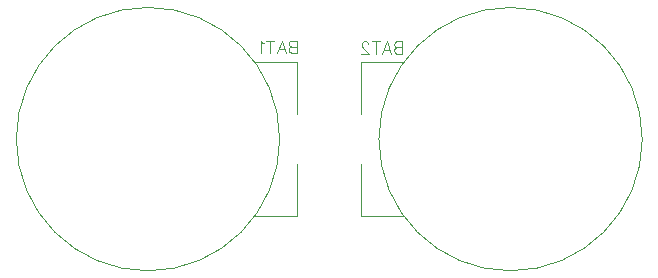
<source format=gbr>
G04 DipTrace 2.4.0.2*
%INÍèæíÿÿìàðêèðîâêà.gbr*%
%MOMM*%
%ADD10C,0.1*%
%ADD77C,0.111*%
%FSLAX53Y53*%
G04*
G71*
G90*
G75*
G01*
%LNBotSilk*%
%LPD*%
X14800Y21000D2*
D10*
G02X14800Y21000I11150J0D01*
G01*
X38600Y23101D2*
Y27500D1*
X35000D1*
X38600Y18899D2*
Y14500D1*
X35000D1*
X45500Y21000D2*
G02X45500Y21000I11150J0D01*
G01*
X44000Y18899D2*
Y14500D1*
X47600D1*
X44000Y23101D2*
Y27500D1*
X47600D1*
X38550Y29315D2*
D77*
Y28294D1*
X38112D1*
X37966Y28344D1*
X37918Y28392D1*
X37869Y28488D1*
Y28634D1*
X37918Y28732D1*
X37966Y28780D1*
X38112Y28829D1*
X37966Y28878D1*
X37918Y28926D1*
X37869Y29023D1*
Y29121D1*
X37918Y29217D1*
X37966Y29267D1*
X38112Y29315D1*
X38550D1*
Y28829D2*
X38112D1*
X36869Y28294D2*
X37259Y29315D1*
X37647Y28294D1*
X37501Y28634D2*
X37015D1*
X36306Y29315D2*
Y28294D1*
X36647Y29315D2*
X35966D1*
X35744Y29120D2*
X35646Y29169D1*
X35500Y29314D1*
Y28294D1*
X47468Y29265D2*
Y28244D1*
X47030D1*
X46884Y28294D1*
X46836Y28342D1*
X46788Y28438D1*
Y28584D1*
X46836Y28682D1*
X46884Y28730D1*
X47030Y28779D1*
X46884Y28828D1*
X46836Y28876D1*
X46788Y28973D1*
Y29071D1*
X46836Y29167D1*
X46884Y29217D1*
X47030Y29265D1*
X47468D1*
Y28779D2*
X47030D1*
X45787Y28244D2*
X46177Y29265D1*
X46566Y28244D1*
X46420Y28584D2*
X45933D1*
X45225Y29265D2*
Y28244D1*
X45565Y29265D2*
X44884D1*
X44613Y29021D2*
Y29070D1*
X44565Y29167D1*
X44516Y29216D1*
X44419Y29264D1*
X44224D1*
X44128Y29216D1*
X44079Y29167D1*
X44030Y29070D1*
Y28973D1*
X44079Y28875D1*
X44176Y28730D1*
X44662Y28244D1*
X43982D1*
M02*

</source>
